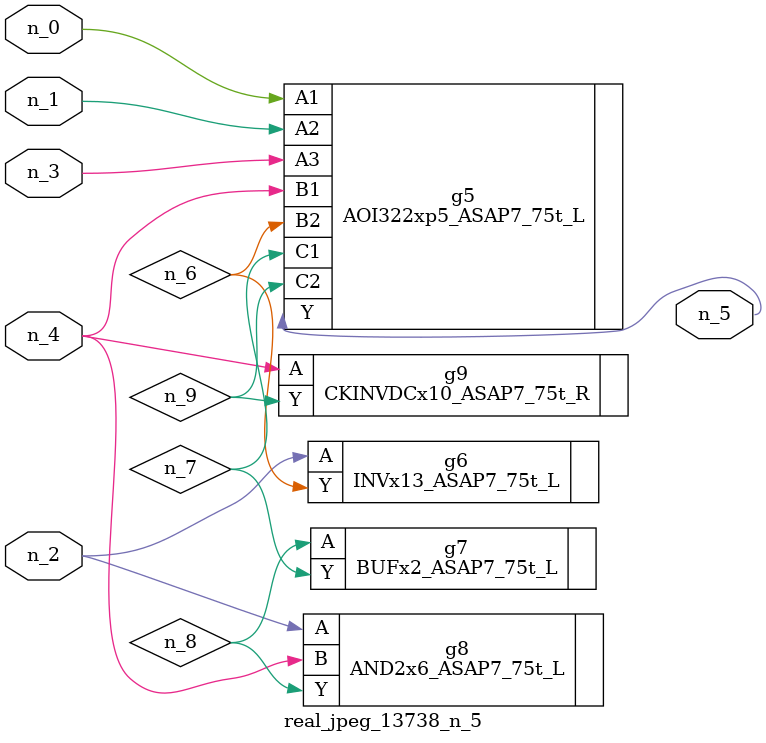
<source format=v>
module real_jpeg_13738_n_5 (n_4, n_0, n_1, n_2, n_3, n_5);

input n_4;
input n_0;
input n_1;
input n_2;
input n_3;

output n_5;

wire n_8;
wire n_6;
wire n_7;
wire n_9;

AOI322xp5_ASAP7_75t_L g5 ( 
.A1(n_0),
.A2(n_1),
.A3(n_3),
.B1(n_4),
.B2(n_6),
.C1(n_7),
.C2(n_9),
.Y(n_5)
);

INVx13_ASAP7_75t_L g6 ( 
.A(n_2),
.Y(n_6)
);

AND2x6_ASAP7_75t_L g8 ( 
.A(n_2),
.B(n_4),
.Y(n_8)
);

CKINVDCx10_ASAP7_75t_R g9 ( 
.A(n_4),
.Y(n_9)
);

BUFx2_ASAP7_75t_L g7 ( 
.A(n_8),
.Y(n_7)
);


endmodule
</source>
